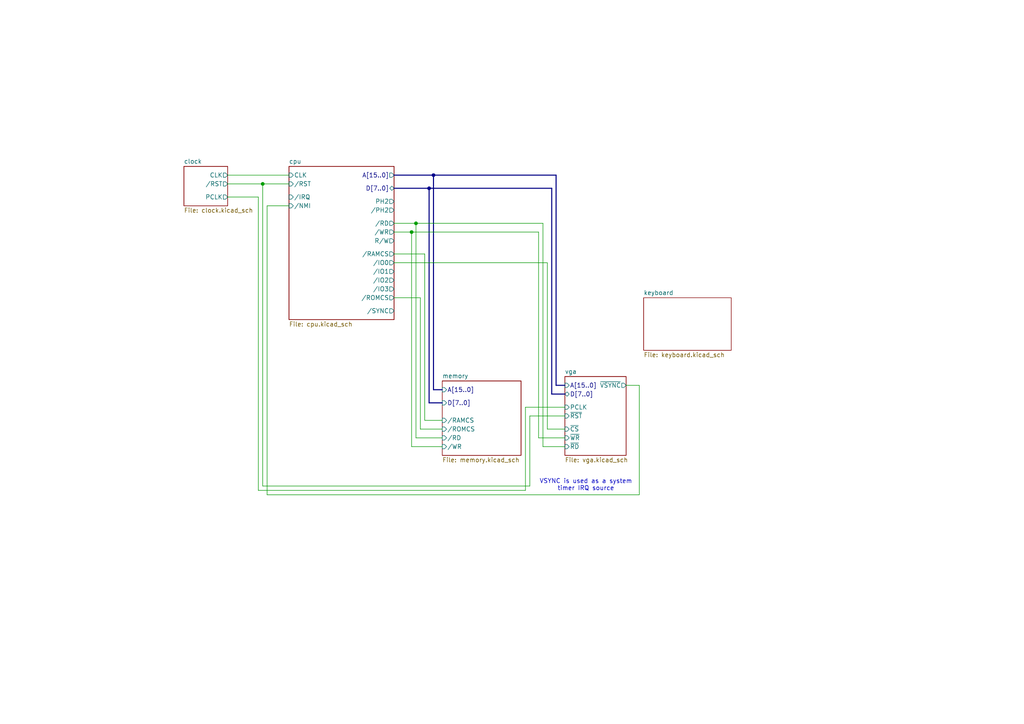
<source format=kicad_sch>
(kicad_sch
	(version 20231120)
	(generator "eeschema")
	(generator_version "8.0")
	(uuid "0e49b66d-39aa-4a48-b9a1-8037366b6d94")
	(paper "A4")
	(lib_symbols)
	(junction
		(at 120.65 64.77)
		(diameter 0)
		(color 0 0 0 0)
		(uuid "554d393f-378e-46f5-bc15-a60ce3f8e15b")
	)
	(junction
		(at 76.2 53.34)
		(diameter 0)
		(color 0 0 0 0)
		(uuid "9bc5c574-1661-4c0a-b65b-d7c88cfe2448")
	)
	(junction
		(at 119.38 67.31)
		(diameter 0)
		(color 0 0 0 0)
		(uuid "c899e1d2-b817-4419-881b-344b25adcccf")
	)
	(junction
		(at 124.46 54.61)
		(diameter 0)
		(color 0 0 0 0)
		(uuid "ec14b4cc-1f90-4c2e-b90c-af7ba50ac96e")
	)
	(junction
		(at 125.73 50.8)
		(diameter 0)
		(color 0 0 0 0)
		(uuid "f42b7b7d-bcc7-4965-a78c-5d3c3632ddea")
	)
	(wire
		(pts
			(xy 76.2 53.34) (xy 76.2 140.97)
		)
		(stroke
			(width 0)
			(type default)
		)
		(uuid "008cc48c-1311-4f30-9c77-9dfd753cfd7f")
	)
	(wire
		(pts
			(xy 66.04 53.34) (xy 76.2 53.34)
		)
		(stroke
			(width 0)
			(type default)
		)
		(uuid "0828638d-c7f8-48e5-a1b2-54c8c8acb646")
	)
	(wire
		(pts
			(xy 119.38 67.31) (xy 156.21 67.31)
		)
		(stroke
			(width 0)
			(type default)
		)
		(uuid "0a70fcc5-f8aa-48da-a130-28734d580173")
	)
	(bus
		(pts
			(xy 161.29 50.8) (xy 125.73 50.8)
		)
		(stroke
			(width 0)
			(type default)
		)
		(uuid "135028d5-0f2c-4bdd-b93e-4ef6b1326a64")
	)
	(wire
		(pts
			(xy 121.92 124.46) (xy 128.27 124.46)
		)
		(stroke
			(width 0)
			(type default)
		)
		(uuid "13ebc476-067f-471c-9c80-e06d8d59282e")
	)
	(wire
		(pts
			(xy 76.2 53.34) (xy 83.82 53.34)
		)
		(stroke
			(width 0)
			(type default)
		)
		(uuid "23a7e5b2-c2d4-4e11-8a89-affcd5cafcfc")
	)
	(wire
		(pts
			(xy 181.61 111.76) (xy 185.42 111.76)
		)
		(stroke
			(width 0)
			(type default)
		)
		(uuid "244a8230-765d-4dab-a80f-bbe76ff5fb6f")
	)
	(wire
		(pts
			(xy 120.65 64.77) (xy 120.65 127)
		)
		(stroke
			(width 0)
			(type default)
		)
		(uuid "24cc6e3e-dab1-4062-b7c8-9f701d0d623d")
	)
	(wire
		(pts
			(xy 114.3 76.2) (xy 158.75 76.2)
		)
		(stroke
			(width 0)
			(type default)
		)
		(uuid "25808450-b3c0-48f6-9a40-00128c867127")
	)
	(wire
		(pts
			(xy 74.93 142.24) (xy 152.4 142.24)
		)
		(stroke
			(width 0)
			(type default)
		)
		(uuid "261c0d10-31c2-4345-bb45-5ba2aed69802")
	)
	(wire
		(pts
			(xy 66.04 50.8) (xy 83.82 50.8)
		)
		(stroke
			(width 0)
			(type default)
		)
		(uuid "423f24dd-d1c4-424c-8b29-d1842b42c15d")
	)
	(wire
		(pts
			(xy 74.93 57.15) (xy 74.93 142.24)
		)
		(stroke
			(width 0)
			(type default)
		)
		(uuid "47a1f60a-9230-4111-9ea7-bad3ed78b2c7")
	)
	(bus
		(pts
			(xy 161.29 111.76) (xy 161.29 50.8)
		)
		(stroke
			(width 0)
			(type default)
		)
		(uuid "4a26195f-0a6e-448c-bea4-af95b2d10477")
	)
	(wire
		(pts
			(xy 114.3 67.31) (xy 119.38 67.31)
		)
		(stroke
			(width 0)
			(type default)
		)
		(uuid "4bcfcad5-431a-4aa8-b0e2-78abfe377202")
	)
	(wire
		(pts
			(xy 77.47 143.51) (xy 77.47 59.69)
		)
		(stroke
			(width 0)
			(type default)
		)
		(uuid "4de50eba-45dc-4342-b25d-d29caa866393")
	)
	(wire
		(pts
			(xy 114.3 86.36) (xy 121.92 86.36)
		)
		(stroke
			(width 0)
			(type default)
		)
		(uuid "4eeba62a-1670-4642-bb20-ff2188e9312a")
	)
	(bus
		(pts
			(xy 124.46 54.61) (xy 124.46 116.84)
		)
		(stroke
			(width 0)
			(type default)
		)
		(uuid "54fc85f3-8f47-4400-ac6a-7aeddc757fd5")
	)
	(wire
		(pts
			(xy 156.21 67.31) (xy 156.21 127)
		)
		(stroke
			(width 0)
			(type default)
		)
		(uuid "5c85d6ec-478b-4a59-9971-3deb8d26c98c")
	)
	(bus
		(pts
			(xy 160.02 54.61) (xy 160.02 114.3)
		)
		(stroke
			(width 0)
			(type default)
		)
		(uuid "60540caf-155f-468b-b905-e2b1fbbb1232")
	)
	(bus
		(pts
			(xy 124.46 116.84) (xy 128.27 116.84)
		)
		(stroke
			(width 0)
			(type default)
		)
		(uuid "6d1f2cae-f6c0-4f0c-9035-0b45eed0aa5c")
	)
	(wire
		(pts
			(xy 119.38 129.54) (xy 128.27 129.54)
		)
		(stroke
			(width 0)
			(type default)
		)
		(uuid "746658fa-cd78-44a1-a71a-da13c8f4e974")
	)
	(bus
		(pts
			(xy 114.3 54.61) (xy 124.46 54.61)
		)
		(stroke
			(width 0)
			(type default)
		)
		(uuid "78a31a5c-3d3f-43df-96eb-9ebc564e386e")
	)
	(wire
		(pts
			(xy 77.47 59.69) (xy 83.82 59.69)
		)
		(stroke
			(width 0)
			(type default)
		)
		(uuid "7e23f31b-6ff3-4a25-b9ed-3b279d5fe117")
	)
	(bus
		(pts
			(xy 160.02 114.3) (xy 163.83 114.3)
		)
		(stroke
			(width 0)
			(type default)
		)
		(uuid "843cd1f5-911b-40f0-8ae3-35d8a17d3843")
	)
	(wire
		(pts
			(xy 158.75 124.46) (xy 163.83 124.46)
		)
		(stroke
			(width 0)
			(type default)
		)
		(uuid "859a4425-c9d1-40fa-b653-c884d6265ba0")
	)
	(wire
		(pts
			(xy 114.3 73.66) (xy 123.19 73.66)
		)
		(stroke
			(width 0)
			(type default)
		)
		(uuid "99d51001-36cc-4270-b89b-b48bf792abf6")
	)
	(wire
		(pts
			(xy 114.3 64.77) (xy 120.65 64.77)
		)
		(stroke
			(width 0)
			(type default)
		)
		(uuid "a49c0f12-9d06-4175-af01-4f2cb3faddd2")
	)
	(wire
		(pts
			(xy 157.48 129.54) (xy 163.83 129.54)
		)
		(stroke
			(width 0)
			(type default)
		)
		(uuid "ab35a8f7-8654-48bf-af77-08058bd6cc03")
	)
	(wire
		(pts
			(xy 120.65 64.77) (xy 157.48 64.77)
		)
		(stroke
			(width 0)
			(type default)
		)
		(uuid "af1d4780-040f-4ea1-870d-c96fd92e83e4")
	)
	(wire
		(pts
			(xy 119.38 67.31) (xy 119.38 129.54)
		)
		(stroke
			(width 0)
			(type default)
		)
		(uuid "b0714992-d02e-400a-8ba7-bcf7fc3ecaff")
	)
	(wire
		(pts
			(xy 123.19 73.66) (xy 123.19 121.92)
		)
		(stroke
			(width 0)
			(type default)
		)
		(uuid "b105b597-c07f-4cfe-9cd9-3702c05dc872")
	)
	(wire
		(pts
			(xy 121.92 86.36) (xy 121.92 124.46)
		)
		(stroke
			(width 0)
			(type default)
		)
		(uuid "b9a6e188-9dfd-452c-90c5-41d911a98e72")
	)
	(wire
		(pts
			(xy 120.65 127) (xy 128.27 127)
		)
		(stroke
			(width 0)
			(type default)
		)
		(uuid "baec7758-5ada-4529-85f4-44caa7216f7c")
	)
	(wire
		(pts
			(xy 158.75 76.2) (xy 158.75 124.46)
		)
		(stroke
			(width 0)
			(type default)
		)
		(uuid "bceb5032-a426-4987-ad0e-03c458fa4ac8")
	)
	(bus
		(pts
			(xy 124.46 54.61) (xy 160.02 54.61)
		)
		(stroke
			(width 0)
			(type default)
		)
		(uuid "cb5910ed-ce3e-4682-915f-1301173af579")
	)
	(wire
		(pts
			(xy 185.42 143.51) (xy 77.47 143.51)
		)
		(stroke
			(width 0)
			(type default)
		)
		(uuid "cfcc9517-c810-472f-8ff0-94d1cdc5938b")
	)
	(wire
		(pts
			(xy 153.67 140.97) (xy 153.67 120.65)
		)
		(stroke
			(width 0)
			(type default)
		)
		(uuid "d2022ec1-13ee-4357-991d-df0b8fe0afab")
	)
	(wire
		(pts
			(xy 66.04 57.15) (xy 74.93 57.15)
		)
		(stroke
			(width 0)
			(type default)
		)
		(uuid "d44cd0bd-7169-4b3e-90e9-4606cd0fa32e")
	)
	(wire
		(pts
			(xy 156.21 127) (xy 163.83 127)
		)
		(stroke
			(width 0)
			(type default)
		)
		(uuid "dcf318b7-df38-4e73-a3d7-caf4cf563b24")
	)
	(wire
		(pts
			(xy 153.67 120.65) (xy 163.83 120.65)
		)
		(stroke
			(width 0)
			(type default)
		)
		(uuid "de85bed0-168e-4024-93c8-3fa8f076e663")
	)
	(wire
		(pts
			(xy 152.4 118.11) (xy 163.83 118.11)
		)
		(stroke
			(width 0)
			(type default)
		)
		(uuid "e1e9df59-1529-43f7-9e15-c3a7371093aa")
	)
	(bus
		(pts
			(xy 163.83 111.76) (xy 161.29 111.76)
		)
		(stroke
			(width 0)
			(type default)
		)
		(uuid "e3a17fce-be02-4339-98e5-f27c3459cbf4")
	)
	(wire
		(pts
			(xy 185.42 111.76) (xy 185.42 143.51)
		)
		(stroke
			(width 0)
			(type default)
		)
		(uuid "e4fbdca6-b034-43fd-ba4a-d011194cdf29")
	)
	(wire
		(pts
			(xy 76.2 140.97) (xy 153.67 140.97)
		)
		(stroke
			(width 0)
			(type default)
		)
		(uuid "eadf0e5b-0045-4563-b27e-fa75d11e97ac")
	)
	(bus
		(pts
			(xy 114.3 50.8) (xy 125.73 50.8)
		)
		(stroke
			(width 0)
			(type default)
		)
		(uuid "ee9f14d3-e1bc-4ae3-a909-31171dfa8395")
	)
	(bus
		(pts
			(xy 125.73 113.03) (xy 128.27 113.03)
		)
		(stroke
			(width 0)
			(type default)
		)
		(uuid "ef4ec9b6-3af2-4866-bcad-e04348c4648c")
	)
	(wire
		(pts
			(xy 123.19 121.92) (xy 128.27 121.92)
		)
		(stroke
			(width 0)
			(type default)
		)
		(uuid "f0b86634-38ff-4c38-9336-a7bbe41bcbfb")
	)
	(wire
		(pts
			(xy 152.4 142.24) (xy 152.4 118.11)
		)
		(stroke
			(width 0)
			(type default)
		)
		(uuid "f66b0375-f90e-446f-8eb2-d772957f027d")
	)
	(wire
		(pts
			(xy 157.48 64.77) (xy 157.48 129.54)
		)
		(stroke
			(width 0)
			(type default)
		)
		(uuid "fc4d70bc-c304-4ab4-84d9-36057bc61420")
	)
	(bus
		(pts
			(xy 125.73 50.8) (xy 125.73 113.03)
		)
		(stroke
			(width 0)
			(type default)
		)
		(uuid "fe90ccc7-7014-4006-892e-b63cfa807334")
	)
	(text "VSYNC is used as a system\ntimer IRQ source"
		(exclude_from_sim no)
		(at 169.926 140.716 0)
		(effects
			(font
				(size 1.27 1.27)
			)
		)
		(uuid "182d1416-3dae-4417-9a62-7cd00cc363e1")
	)
	(sheet
		(at 53.34 48.26)
		(size 12.7 11.43)
		(fields_autoplaced yes)
		(stroke
			(width 0.1524)
			(type solid)
		)
		(fill
			(color 0 0 0 0.0000)
		)
		(uuid "4b0daece-bd7e-414d-bdd3-87aa553d3255")
		(property "Sheetname" "clock"
			(at 53.34 47.5484 0)
			(effects
				(font
					(size 1.27 1.27)
				)
				(justify left bottom)
			)
		)
		(property "Sheetfile" "clock.kicad_sch"
			(at 53.34 60.2746 0)
			(effects
				(font
					(size 1.27 1.27)
				)
				(justify left top)
			)
		)
		(pin "PCLK" output
			(at 66.04 57.15 0)
			(effects
				(font
					(size 1.27 1.27)
				)
				(justify right)
			)
			(uuid "4b1a5ab7-a141-4676-baff-063afa0b9e04")
		)
		(pin "CLK" output
			(at 66.04 50.8 0)
			(effects
				(font
					(size 1.27 1.27)
				)
				(justify right)
			)
			(uuid "bca71f80-951b-4cce-8c7a-3a150d633de0")
		)
		(pin "{slash}RST" output
			(at 66.04 53.34 0)
			(effects
				(font
					(size 1.27 1.27)
				)
				(justify right)
			)
			(uuid "c0c3ddc4-fdf5-4bda-bc3f-9f2e310eb235")
		)
		(instances
			(project "fella"
				(path "/0e49b66d-39aa-4a48-b9a1-8037366b6d94"
					(page "2")
				)
			)
		)
	)
	(sheet
		(at 186.69 86.36)
		(size 25.4 15.24)
		(fields_autoplaced yes)
		(stroke
			(width 0.1524)
			(type solid)
		)
		(fill
			(color 0 0 0 0.0000)
		)
		(uuid "4fcf83d0-a396-4aeb-b2db-c20a053d3b3c")
		(property "Sheetname" "keyboard"
			(at 186.69 85.6484 0)
			(effects
				(font
					(size 1.27 1.27)
				)
				(justify left bottom)
			)
		)
		(property "Sheetfile" "keyboard.kicad_sch"
			(at 186.69 102.1846 0)
			(effects
				(font
					(size 1.27 1.27)
				)
				(justify left top)
			)
		)
		(instances
			(project "fella"
				(path "/0e49b66d-39aa-4a48-b9a1-8037366b6d94"
					(page "6")
				)
			)
		)
	)
	(sheet
		(at 163.83 109.22)
		(size 17.78 22.86)
		(fields_autoplaced yes)
		(stroke
			(width 0.1524)
			(type solid)
		)
		(fill
			(color 0 0 0 0.0000)
		)
		(uuid "682e283b-7dfe-410c-8c0b-b158bd53d44e")
		(property "Sheetname" "vga"
			(at 163.83 108.5084 0)
			(effects
				(font
					(size 1.27 1.27)
				)
				(justify left bottom)
			)
		)
		(property "Sheetfile" "vga.kicad_sch"
			(at 163.83 132.6646 0)
			(effects
				(font
					(size 1.27 1.27)
				)
				(justify left top)
			)
		)
		(pin "~{RST}" input
			(at 163.83 120.65 180)
			(effects
				(font
					(size 1.27 1.27)
				)
				(justify left)
			)
			(uuid "6b5d0b4f-c36c-483b-a8e7-a322a28e84c2")
		)
		(pin "PCLK" input
			(at 163.83 118.11 180)
			(effects
				(font
					(size 1.27 1.27)
				)
				(justify left)
			)
			(uuid "4a2a705c-bc69-4b58-9887-3892860c8fe3")
		)
		(pin "~{WR}" input
			(at 163.83 127 180)
			(effects
				(font
					(size 1.27 1.27)
				)
				(justify left)
			)
			(uuid "713b1025-2871-4c6f-89f8-74fb63c63771")
		)
		(pin "A[15..0]" input
			(at 163.83 111.76 180)
			(effects
				(font
					(size 1.27 1.27)
				)
				(justify left)
			)
			(uuid "718bcf80-7e66-4f82-a455-69d772b17d20")
		)
		(pin "D[7..0]" bidirectional
			(at 163.83 114.3 180)
			(effects
				(font
					(size 1.27 1.27)
				)
				(justify left)
			)
			(uuid "cebf2053-ab14-4978-beb4-bf9a6792008d")
		)
		(pin "~{RD}" input
			(at 163.83 129.54 180)
			(effects
				(font
					(size 1.27 1.27)
				)
				(justify left)
			)
			(uuid "2c1252d7-dadd-4c9d-b061-172927cd1e57")
		)
		(pin "~{CS}" input
			(at 163.83 124.46 180)
			(effects
				(font
					(size 1.27 1.27)
				)
				(justify left)
			)
			(uuid "162e62d8-c587-4dee-93ff-c595e307e8c1")
		)
		(pin "~{VSYNC}" output
			(at 181.61 111.76 0)
			(effects
				(font
					(size 1.27 1.27)
				)
				(justify right)
			)
			(uuid "31eae8ba-0b7b-413b-ac57-876835d8df3f")
		)
		(instances
			(project "fella"
				(path "/0e49b66d-39aa-4a48-b9a1-8037366b6d94"
					(page "5")
				)
			)
		)
	)
	(sheet
		(at 128.27 110.49)
		(size 22.86 21.59)
		(fields_autoplaced yes)
		(stroke
			(width 0.1524)
			(type solid)
		)
		(fill
			(color 0 0 0 0.0000)
		)
		(uuid "69d6a2d5-bbb3-4608-ab8d-5d0d29ae2e94")
		(property "Sheetname" "memory"
			(at 128.27 109.7784 0)
			(effects
				(font
					(size 1.27 1.27)
				)
				(justify left bottom)
			)
		)
		(property "Sheetfile" "memory.kicad_sch"
			(at 128.27 132.6646 0)
			(effects
				(font
					(size 1.27 1.27)
				)
				(justify left top)
			)
		)
		(pin "{slash}ROMCS" input
			(at 128.27 124.46 180)
			(effects
				(font
					(size 1.27 1.27)
				)
				(justify left)
			)
			(uuid "cd2805ea-4e6f-4397-948b-50191a5888c8")
		)
		(pin "A[15..0]" input
			(at 128.27 113.03 180)
			(effects
				(font
					(size 1.27 1.27)
				)
				(justify left)
			)
			(uuid "a9772f0c-5d81-44ff-8f29-a6b3b47b0695")
		)
		(pin "D[7..0]" input
			(at 128.27 116.84 180)
			(effects
				(font
					(size 1.27 1.27)
				)
				(justify left)
			)
			(uuid "2d87a3eb-f097-4b13-b56a-95fd6e1d959b")
		)
		(pin "{slash}RD" input
			(at 128.27 127 180)
			(effects
				(font
					(size 1.27 1.27)
				)
				(justify left)
			)
			(uuid "a449625b-4b9f-46e3-ad0d-44876a396552")
		)
		(pin "{slash}WR" input
			(at 128.27 129.54 180)
			(effects
				(font
					(size 1.27 1.27)
				)
				(justify left)
			)
			(uuid "88a450bf-1bb6-4b83-856c-2f0a8717a406")
		)
		(pin "{slash}RAMCS" input
			(at 128.27 121.92 180)
			(effects
				(font
					(size 1.27 1.27)
				)
				(justify left)
			)
			(uuid "23e31309-87af-400c-960a-70c7857d52e4")
		)
		(instances
			(project "fella"
				(path "/0e49b66d-39aa-4a48-b9a1-8037366b6d94"
					(page "4")
				)
			)
		)
	)
	(sheet
		(at 83.82 48.26)
		(size 30.48 44.45)
		(fields_autoplaced yes)
		(stroke
			(width 0.1524)
			(type solid)
		)
		(fill
			(color 0 0 0 0.0000)
		)
		(uuid "c9eb6578-5e7f-4151-ac70-5e5f6a83c901")
		(property "Sheetname" "cpu"
			(at 83.82 47.5484 0)
			(effects
				(font
					(size 1.27 1.27)
				)
				(justify left bottom)
			)
		)
		(property "Sheetfile" "cpu.kicad_sch"
			(at 83.82 93.2946 0)
			(effects
				(font
					(size 1.27 1.27)
				)
				(justify left top)
			)
		)
		(pin "D[7..0]" bidirectional
			(at 114.3 54.61 0)
			(effects
				(font
					(size 1.27 1.27)
				)
				(justify right)
			)
			(uuid "e6e36414-b87a-4e75-ac9c-4b3255306ab0")
		)
		(pin "A[15..0]" output
			(at 114.3 50.8 0)
			(effects
				(font
					(size 1.27 1.27)
				)
				(justify right)
			)
			(uuid "895d18f0-5dad-48e4-af73-d2258ede9bf1")
		)
		(pin "{slash}NMI" input
			(at 83.82 59.69 180)
			(effects
				(font
					(size 1.27 1.27)
				)
				(justify left)
			)
			(uuid "fe21fe8e-bfe1-422a-89da-775d24f6ea0a")
		)
		(pin "{slash}IRQ" input
			(at 83.82 57.15 180)
			(effects
				(font
					(size 1.27 1.27)
				)
				(justify left)
			)
			(uuid "b3f936e0-e157-4a19-ae7d-4949fa2baab9")
		)
		(pin "{slash}RST" input
			(at 83.82 53.34 180)
			(effects
				(font
					(size 1.27 1.27)
				)
				(justify left)
			)
			(uuid "f7d05f4f-de7c-4351-b48e-5eb4c3865a29")
		)
		(pin "{slash}RD" output
			(at 114.3 64.77 0)
			(effects
				(font
					(size 1.27 1.27)
				)
				(justify right)
			)
			(uuid "684ecdb1-d712-4194-853b-b5c73581e1f2")
		)
		(pin "{slash}SYNC" output
			(at 114.3 90.17 0)
			(effects
				(font
					(size 1.27 1.27)
				)
				(justify right)
			)
			(uuid "c7a9c346-6ca1-4f8a-81b6-9e21b5988254")
		)
		(pin "{slash}WR" output
			(at 114.3 67.31 0)
			(effects
				(font
					(size 1.27 1.27)
				)
				(justify right)
			)
			(uuid "595373d0-dd87-48de-b2df-9a6686a5574f")
		)
		(pin "R{slash}W" output
			(at 114.3 69.85 0)
			(effects
				(font
					(size 1.27 1.27)
				)
				(justify right)
			)
			(uuid "e7d7e4fd-6816-4c04-a2ae-adaa3f73fd6a")
		)
		(pin "CLK" input
			(at 83.82 50.8 180)
			(effects
				(font
					(size 1.27 1.27)
				)
				(justify left)
			)
			(uuid "bb190fa8-2b8f-4fc8-b981-28aa4f67d491")
		)
		(pin "{slash}IO0" output
			(at 114.3 76.2 0)
			(effects
				(font
					(size 1.27 1.27)
				)
				(justify right)
			)
			(uuid "997cf661-e60e-40f4-8186-4acdbfcbd794")
		)
		(pin "{slash}RAMCS" output
			(at 114.3 73.66 0)
			(effects
				(font
					(size 1.27 1.27)
				)
				(justify right)
			)
			(uuid "36932da7-d583-486b-a9df-ed085afb29b8")
		)
		(pin "{slash}IO1" output
			(at 114.3 78.74 0)
			(effects
				(font
					(size 1.27 1.27)
				)
				(justify right)
			)
			(uuid "dac73f88-432b-496c-a1b0-75d97a33e495")
		)
		(pin "{slash}IO2" output
			(at 114.3 81.28 0)
			(effects
				(font
					(size 1.27 1.27)
				)
				(justify right)
			)
			(uuid "5f85498d-934b-439d-95dc-2afcf0ede265")
		)
		(pin "{slash}ROMCS" output
			(at 114.3 86.36 0)
			(effects
				(font
					(size 1.27 1.27)
				)
				(justify right)
			)
			(uuid "39793ae4-c4d2-47a0-8fa5-4e78f340045a")
		)
		(pin "{slash}IO3" output
			(at 114.3 83.82 0)
			(effects
				(font
					(size 1.27 1.27)
				)
				(justify right)
			)
			(uuid "777bacff-7432-4fe7-b3e4-e0831b89e7a2")
		)
		(pin "PH2" output
			(at 114.3 58.42 0)
			(effects
				(font
					(size 1.27 1.27)
				)
				(justify right)
			)
			(uuid "31b48fdb-2ea1-4086-a006-294402d69ae8")
		)
		(pin "{slash}PH2" output
			(at 114.3 60.96 0)
			(effects
				(font
					(size 1.27 1.27)
				)
				(justify right)
			)
			(uuid "a9719f85-ad66-4d79-9912-c5a9255104ef")
		)
		(instances
			(project "fella"
				(path "/0e49b66d-39aa-4a48-b9a1-8037366b6d94"
					(page "3")
				)
			)
		)
	)
	(sheet_instances
		(path "/"
			(page "1")
		)
	)
)
</source>
